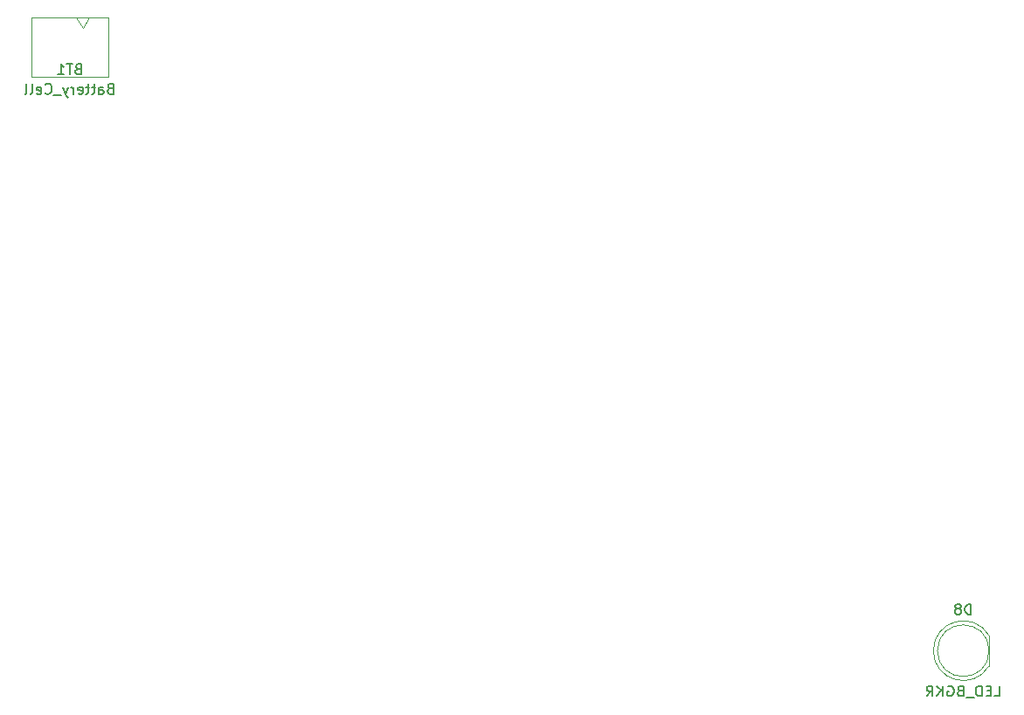
<source format=gbr>
%TF.GenerationSoftware,KiCad,Pcbnew,9.0.3*%
%TF.CreationDate,2025-08-10T03:43:02+02:00*%
%TF.ProjectId,Spikeling_v3.0,5370696b-656c-4696-9e67-5f76332e302e,rev?*%
%TF.SameCoordinates,Original*%
%TF.FileFunction,AssemblyDrawing,Bot*%
%FSLAX46Y46*%
G04 Gerber Fmt 4.6, Leading zero omitted, Abs format (unit mm)*
G04 Created by KiCad (PCBNEW 9.0.3) date 2025-08-10 03:43:02*
%MOMM*%
%LPD*%
G01*
G04 APERTURE LIST*
%ADD10C,0.150000*%
%ADD11C,0.100000*%
G04 APERTURE END LIST*
D10*
X131329763Y-60831009D02*
X131186906Y-60878628D01*
X131186906Y-60878628D02*
X131139287Y-60926247D01*
X131139287Y-60926247D02*
X131091668Y-61021485D01*
X131091668Y-61021485D02*
X131091668Y-61164342D01*
X131091668Y-61164342D02*
X131139287Y-61259580D01*
X131139287Y-61259580D02*
X131186906Y-61307200D01*
X131186906Y-61307200D02*
X131282144Y-61354819D01*
X131282144Y-61354819D02*
X131663096Y-61354819D01*
X131663096Y-61354819D02*
X131663096Y-60354819D01*
X131663096Y-60354819D02*
X131329763Y-60354819D01*
X131329763Y-60354819D02*
X131234525Y-60402438D01*
X131234525Y-60402438D02*
X131186906Y-60450057D01*
X131186906Y-60450057D02*
X131139287Y-60545295D01*
X131139287Y-60545295D02*
X131139287Y-60640533D01*
X131139287Y-60640533D02*
X131186906Y-60735771D01*
X131186906Y-60735771D02*
X131234525Y-60783390D01*
X131234525Y-60783390D02*
X131329763Y-60831009D01*
X131329763Y-60831009D02*
X131663096Y-60831009D01*
X130234525Y-61354819D02*
X130234525Y-60831009D01*
X130234525Y-60831009D02*
X130282144Y-60735771D01*
X130282144Y-60735771D02*
X130377382Y-60688152D01*
X130377382Y-60688152D02*
X130567858Y-60688152D01*
X130567858Y-60688152D02*
X130663096Y-60735771D01*
X130234525Y-61307200D02*
X130329763Y-61354819D01*
X130329763Y-61354819D02*
X130567858Y-61354819D01*
X130567858Y-61354819D02*
X130663096Y-61307200D01*
X130663096Y-61307200D02*
X130710715Y-61211961D01*
X130710715Y-61211961D02*
X130710715Y-61116723D01*
X130710715Y-61116723D02*
X130663096Y-61021485D01*
X130663096Y-61021485D02*
X130567858Y-60973866D01*
X130567858Y-60973866D02*
X130329763Y-60973866D01*
X130329763Y-60973866D02*
X130234525Y-60926247D01*
X129901191Y-60688152D02*
X129520239Y-60688152D01*
X129758334Y-60354819D02*
X129758334Y-61211961D01*
X129758334Y-61211961D02*
X129710715Y-61307200D01*
X129710715Y-61307200D02*
X129615477Y-61354819D01*
X129615477Y-61354819D02*
X129520239Y-61354819D01*
X129329762Y-60688152D02*
X128948810Y-60688152D01*
X129186905Y-60354819D02*
X129186905Y-61211961D01*
X129186905Y-61211961D02*
X129139286Y-61307200D01*
X129139286Y-61307200D02*
X129044048Y-61354819D01*
X129044048Y-61354819D02*
X128948810Y-61354819D01*
X128234524Y-61307200D02*
X128329762Y-61354819D01*
X128329762Y-61354819D02*
X128520238Y-61354819D01*
X128520238Y-61354819D02*
X128615476Y-61307200D01*
X128615476Y-61307200D02*
X128663095Y-61211961D01*
X128663095Y-61211961D02*
X128663095Y-60831009D01*
X128663095Y-60831009D02*
X128615476Y-60735771D01*
X128615476Y-60735771D02*
X128520238Y-60688152D01*
X128520238Y-60688152D02*
X128329762Y-60688152D01*
X128329762Y-60688152D02*
X128234524Y-60735771D01*
X128234524Y-60735771D02*
X128186905Y-60831009D01*
X128186905Y-60831009D02*
X128186905Y-60926247D01*
X128186905Y-60926247D02*
X128663095Y-61021485D01*
X127758333Y-61354819D02*
X127758333Y-60688152D01*
X127758333Y-60878628D02*
X127710714Y-60783390D01*
X127710714Y-60783390D02*
X127663095Y-60735771D01*
X127663095Y-60735771D02*
X127567857Y-60688152D01*
X127567857Y-60688152D02*
X127472619Y-60688152D01*
X127234523Y-60688152D02*
X126996428Y-61354819D01*
X126758333Y-60688152D02*
X126996428Y-61354819D01*
X126996428Y-61354819D02*
X127091666Y-61592914D01*
X127091666Y-61592914D02*
X127139285Y-61640533D01*
X127139285Y-61640533D02*
X127234523Y-61688152D01*
X126615476Y-61450057D02*
X125853571Y-61450057D01*
X125044047Y-61259580D02*
X125091666Y-61307200D01*
X125091666Y-61307200D02*
X125234523Y-61354819D01*
X125234523Y-61354819D02*
X125329761Y-61354819D01*
X125329761Y-61354819D02*
X125472618Y-61307200D01*
X125472618Y-61307200D02*
X125567856Y-61211961D01*
X125567856Y-61211961D02*
X125615475Y-61116723D01*
X125615475Y-61116723D02*
X125663094Y-60926247D01*
X125663094Y-60926247D02*
X125663094Y-60783390D01*
X125663094Y-60783390D02*
X125615475Y-60592914D01*
X125615475Y-60592914D02*
X125567856Y-60497676D01*
X125567856Y-60497676D02*
X125472618Y-60402438D01*
X125472618Y-60402438D02*
X125329761Y-60354819D01*
X125329761Y-60354819D02*
X125234523Y-60354819D01*
X125234523Y-60354819D02*
X125091666Y-60402438D01*
X125091666Y-60402438D02*
X125044047Y-60450057D01*
X124234523Y-61307200D02*
X124329761Y-61354819D01*
X124329761Y-61354819D02*
X124520237Y-61354819D01*
X124520237Y-61354819D02*
X124615475Y-61307200D01*
X124615475Y-61307200D02*
X124663094Y-61211961D01*
X124663094Y-61211961D02*
X124663094Y-60831009D01*
X124663094Y-60831009D02*
X124615475Y-60735771D01*
X124615475Y-60735771D02*
X124520237Y-60688152D01*
X124520237Y-60688152D02*
X124329761Y-60688152D01*
X124329761Y-60688152D02*
X124234523Y-60735771D01*
X124234523Y-60735771D02*
X124186904Y-60831009D01*
X124186904Y-60831009D02*
X124186904Y-60926247D01*
X124186904Y-60926247D02*
X124663094Y-61021485D01*
X123615475Y-61354819D02*
X123710713Y-61307200D01*
X123710713Y-61307200D02*
X123758332Y-61211961D01*
X123758332Y-61211961D02*
X123758332Y-60354819D01*
X123091665Y-61354819D02*
X123186903Y-61307200D01*
X123186903Y-61307200D02*
X123234522Y-61211961D01*
X123234522Y-61211961D02*
X123234522Y-60354819D01*
X128210714Y-58931009D02*
X128067857Y-58978628D01*
X128067857Y-58978628D02*
X128020238Y-59026247D01*
X128020238Y-59026247D02*
X127972619Y-59121485D01*
X127972619Y-59121485D02*
X127972619Y-59264342D01*
X127972619Y-59264342D02*
X128020238Y-59359580D01*
X128020238Y-59359580D02*
X128067857Y-59407200D01*
X128067857Y-59407200D02*
X128163095Y-59454819D01*
X128163095Y-59454819D02*
X128544047Y-59454819D01*
X128544047Y-59454819D02*
X128544047Y-58454819D01*
X128544047Y-58454819D02*
X128210714Y-58454819D01*
X128210714Y-58454819D02*
X128115476Y-58502438D01*
X128115476Y-58502438D02*
X128067857Y-58550057D01*
X128067857Y-58550057D02*
X128020238Y-58645295D01*
X128020238Y-58645295D02*
X128020238Y-58740533D01*
X128020238Y-58740533D02*
X128067857Y-58835771D01*
X128067857Y-58835771D02*
X128115476Y-58883390D01*
X128115476Y-58883390D02*
X128210714Y-58931009D01*
X128210714Y-58931009D02*
X128544047Y-58931009D01*
X127686904Y-58454819D02*
X127115476Y-58454819D01*
X127401190Y-59454819D02*
X127401190Y-58454819D01*
X126258333Y-59454819D02*
X126829761Y-59454819D01*
X126544047Y-59454819D02*
X126544047Y-58454819D01*
X126544047Y-58454819D02*
X126639285Y-58597676D01*
X126639285Y-58597676D02*
X126734523Y-58692914D01*
X126734523Y-58692914D02*
X126829761Y-58740533D01*
X217019309Y-119764819D02*
X217495499Y-119764819D01*
X217495499Y-119764819D02*
X217495499Y-118764819D01*
X216685975Y-119241009D02*
X216352642Y-119241009D01*
X216209785Y-119764819D02*
X216685975Y-119764819D01*
X216685975Y-119764819D02*
X216685975Y-118764819D01*
X216685975Y-118764819D02*
X216209785Y-118764819D01*
X215781213Y-119764819D02*
X215781213Y-118764819D01*
X215781213Y-118764819D02*
X215543118Y-118764819D01*
X215543118Y-118764819D02*
X215400261Y-118812438D01*
X215400261Y-118812438D02*
X215305023Y-118907676D01*
X215305023Y-118907676D02*
X215257404Y-119002914D01*
X215257404Y-119002914D02*
X215209785Y-119193390D01*
X215209785Y-119193390D02*
X215209785Y-119336247D01*
X215209785Y-119336247D02*
X215257404Y-119526723D01*
X215257404Y-119526723D02*
X215305023Y-119621961D01*
X215305023Y-119621961D02*
X215400261Y-119717200D01*
X215400261Y-119717200D02*
X215543118Y-119764819D01*
X215543118Y-119764819D02*
X215781213Y-119764819D01*
X215019309Y-119860057D02*
X214257404Y-119860057D01*
X213685975Y-119241009D02*
X213543118Y-119288628D01*
X213543118Y-119288628D02*
X213495499Y-119336247D01*
X213495499Y-119336247D02*
X213447880Y-119431485D01*
X213447880Y-119431485D02*
X213447880Y-119574342D01*
X213447880Y-119574342D02*
X213495499Y-119669580D01*
X213495499Y-119669580D02*
X213543118Y-119717200D01*
X213543118Y-119717200D02*
X213638356Y-119764819D01*
X213638356Y-119764819D02*
X214019308Y-119764819D01*
X214019308Y-119764819D02*
X214019308Y-118764819D01*
X214019308Y-118764819D02*
X213685975Y-118764819D01*
X213685975Y-118764819D02*
X213590737Y-118812438D01*
X213590737Y-118812438D02*
X213543118Y-118860057D01*
X213543118Y-118860057D02*
X213495499Y-118955295D01*
X213495499Y-118955295D02*
X213495499Y-119050533D01*
X213495499Y-119050533D02*
X213543118Y-119145771D01*
X213543118Y-119145771D02*
X213590737Y-119193390D01*
X213590737Y-119193390D02*
X213685975Y-119241009D01*
X213685975Y-119241009D02*
X214019308Y-119241009D01*
X212495499Y-118812438D02*
X212590737Y-118764819D01*
X212590737Y-118764819D02*
X212733594Y-118764819D01*
X212733594Y-118764819D02*
X212876451Y-118812438D01*
X212876451Y-118812438D02*
X212971689Y-118907676D01*
X212971689Y-118907676D02*
X213019308Y-119002914D01*
X213019308Y-119002914D02*
X213066927Y-119193390D01*
X213066927Y-119193390D02*
X213066927Y-119336247D01*
X213066927Y-119336247D02*
X213019308Y-119526723D01*
X213019308Y-119526723D02*
X212971689Y-119621961D01*
X212971689Y-119621961D02*
X212876451Y-119717200D01*
X212876451Y-119717200D02*
X212733594Y-119764819D01*
X212733594Y-119764819D02*
X212638356Y-119764819D01*
X212638356Y-119764819D02*
X212495499Y-119717200D01*
X212495499Y-119717200D02*
X212447880Y-119669580D01*
X212447880Y-119669580D02*
X212447880Y-119336247D01*
X212447880Y-119336247D02*
X212638356Y-119336247D01*
X212019308Y-119764819D02*
X212019308Y-118764819D01*
X211447880Y-119764819D02*
X211876451Y-119193390D01*
X211447880Y-118764819D02*
X212019308Y-119336247D01*
X210447880Y-119764819D02*
X210781213Y-119288628D01*
X211019308Y-119764819D02*
X211019308Y-118764819D01*
X211019308Y-118764819D02*
X210638356Y-118764819D01*
X210638356Y-118764819D02*
X210543118Y-118812438D01*
X210543118Y-118812438D02*
X210495499Y-118860057D01*
X210495499Y-118860057D02*
X210447880Y-118955295D01*
X210447880Y-118955295D02*
X210447880Y-119098152D01*
X210447880Y-119098152D02*
X210495499Y-119193390D01*
X210495499Y-119193390D02*
X210543118Y-119241009D01*
X210543118Y-119241009D02*
X210638356Y-119288628D01*
X210638356Y-119288628D02*
X211019308Y-119288628D01*
X214733594Y-111844819D02*
X214733594Y-110844819D01*
X214733594Y-110844819D02*
X214495499Y-110844819D01*
X214495499Y-110844819D02*
X214352642Y-110892438D01*
X214352642Y-110892438D02*
X214257404Y-110987676D01*
X214257404Y-110987676D02*
X214209785Y-111082914D01*
X214209785Y-111082914D02*
X214162166Y-111273390D01*
X214162166Y-111273390D02*
X214162166Y-111416247D01*
X214162166Y-111416247D02*
X214209785Y-111606723D01*
X214209785Y-111606723D02*
X214257404Y-111701961D01*
X214257404Y-111701961D02*
X214352642Y-111797200D01*
X214352642Y-111797200D02*
X214495499Y-111844819D01*
X214495499Y-111844819D02*
X214733594Y-111844819D01*
X213590737Y-111273390D02*
X213685975Y-111225771D01*
X213685975Y-111225771D02*
X213733594Y-111178152D01*
X213733594Y-111178152D02*
X213781213Y-111082914D01*
X213781213Y-111082914D02*
X213781213Y-111035295D01*
X213781213Y-111035295D02*
X213733594Y-110940057D01*
X213733594Y-110940057D02*
X213685975Y-110892438D01*
X213685975Y-110892438D02*
X213590737Y-110844819D01*
X213590737Y-110844819D02*
X213400261Y-110844819D01*
X213400261Y-110844819D02*
X213305023Y-110892438D01*
X213305023Y-110892438D02*
X213257404Y-110940057D01*
X213257404Y-110940057D02*
X213209785Y-111035295D01*
X213209785Y-111035295D02*
X213209785Y-111082914D01*
X213209785Y-111082914D02*
X213257404Y-111178152D01*
X213257404Y-111178152D02*
X213305023Y-111225771D01*
X213305023Y-111225771D02*
X213400261Y-111273390D01*
X213400261Y-111273390D02*
X213590737Y-111273390D01*
X213590737Y-111273390D02*
X213685975Y-111321009D01*
X213685975Y-111321009D02*
X213733594Y-111368628D01*
X213733594Y-111368628D02*
X213781213Y-111463866D01*
X213781213Y-111463866D02*
X213781213Y-111654342D01*
X213781213Y-111654342D02*
X213733594Y-111749580D01*
X213733594Y-111749580D02*
X213685975Y-111797200D01*
X213685975Y-111797200D02*
X213590737Y-111844819D01*
X213590737Y-111844819D02*
X213400261Y-111844819D01*
X213400261Y-111844819D02*
X213305023Y-111797200D01*
X213305023Y-111797200D02*
X213257404Y-111749580D01*
X213257404Y-111749580D02*
X213209785Y-111654342D01*
X213209785Y-111654342D02*
X213209785Y-111463866D01*
X213209785Y-111463866D02*
X213257404Y-111368628D01*
X213257404Y-111368628D02*
X213305023Y-111321009D01*
X213305023Y-111321009D02*
X213400261Y-111273390D01*
D11*
%TO.C,BT1*%
X123725000Y-53950000D02*
X131125000Y-53950000D01*
X123725000Y-59700000D02*
X123725000Y-53950000D01*
X128675000Y-54950000D02*
X128050000Y-53950000D01*
X129300000Y-53950000D02*
X128675000Y-54950000D01*
X131125000Y-53950000D02*
X131125000Y-59700000D01*
X131125000Y-59700000D02*
X123725000Y-59700000D01*
%TO.C,D8*%
X216495500Y-113880306D02*
X216495500Y-116819694D01*
X216495516Y-116819666D02*
G75*
G02*
X216495500Y-113880306I-2500016J1469666D01*
G01*
X216495500Y-115350000D02*
G75*
G02*
X211495500Y-115350000I-2500000J0D01*
G01*
X211495500Y-115350000D02*
G75*
G02*
X216495500Y-115350000I2500000J0D01*
G01*
%TD*%
M02*

</source>
